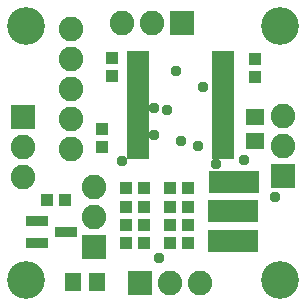
<source format=gts>
G75*
%MOIN*%
%OFA0B0*%
%FSLAX25Y25*%
%IPPOS*%
%LPD*%
%AMOC8*
5,1,8,0,0,1.08239X$1,22.5*
%
%ADD10C,0.12611*%
%ADD11R,0.07200X0.03200*%
%ADD12R,0.03950X0.03950*%
%ADD13R,0.05524X0.05918*%
%ADD14R,0.05918X0.05524*%
%ADD15R,0.07400X0.02500*%
%ADD16R,0.08200X0.08200*%
%ADD17C,0.08200*%
%ADD18R,0.16548X0.07493*%
%ADD19C,0.03778*%
D10*
X0010158Y0010158D03*
X0010158Y0094804D03*
X0094804Y0094804D03*
X0094804Y0010158D03*
D11*
X0023523Y0026103D03*
X0013723Y0022363D03*
X0013723Y0029843D03*
D12*
X0017198Y0036812D03*
X0023198Y0036812D03*
X0035473Y0054402D03*
X0035473Y0060402D03*
X0038780Y0078143D03*
X0038780Y0084143D03*
X0043576Y0040670D03*
X0049576Y0040670D03*
X0049576Y0034568D03*
X0049576Y0028465D03*
X0043576Y0028465D03*
X0043576Y0034568D03*
X0043576Y0022363D03*
X0049576Y0022363D03*
X0058143Y0022363D03*
X0064143Y0022363D03*
X0064143Y0028465D03*
X0064143Y0034568D03*
X0058143Y0034568D03*
X0058143Y0028465D03*
X0058143Y0040670D03*
X0064143Y0040670D03*
X0086261Y0077709D03*
X0086261Y0083709D03*
D13*
X0033646Y0009568D03*
X0025646Y0009568D03*
D14*
X0086497Y0056316D03*
X0086497Y0064316D03*
D15*
X0075857Y0064587D03*
X0075857Y0062028D03*
X0075857Y0059469D03*
X0075857Y0056910D03*
X0075857Y0054351D03*
X0075857Y0051792D03*
X0075857Y0067146D03*
X0075857Y0069705D03*
X0075857Y0072265D03*
X0075857Y0074824D03*
X0075857Y0077383D03*
X0075857Y0079942D03*
X0075857Y0082501D03*
X0075857Y0085060D03*
X0047373Y0085060D03*
X0047373Y0082501D03*
X0047373Y0079942D03*
X0047373Y0077383D03*
X0047373Y0074824D03*
X0047373Y0072265D03*
X0047373Y0069705D03*
X0047373Y0067146D03*
X0047373Y0064587D03*
X0047373Y0062028D03*
X0047373Y0059469D03*
X0047373Y0056910D03*
X0047373Y0054351D03*
X0047373Y0051792D03*
D16*
X0032796Y0020985D03*
X0048229Y0009174D03*
X0095788Y0044607D03*
X0062245Y0095788D03*
X0009174Y0064292D03*
D17*
X0009174Y0054292D03*
X0009174Y0044292D03*
X0024922Y0053859D03*
X0024922Y0063859D03*
X0024922Y0073859D03*
X0024922Y0083859D03*
X0024922Y0093859D03*
X0042245Y0095788D03*
X0052245Y0095788D03*
X0095788Y0064607D03*
X0095788Y0054607D03*
X0068229Y0009174D03*
X0058229Y0009174D03*
X0032796Y0030985D03*
X0032796Y0040985D03*
D18*
X0079255Y0042823D03*
X0079250Y0033041D03*
X0079221Y0023154D03*
D19*
X0093100Y0037900D03*
X0082796Y0050119D03*
X0073300Y0048700D03*
X0067300Y0054700D03*
X0061900Y0056500D03*
X0052900Y0058300D03*
X0057100Y0066700D03*
X0052900Y0067300D03*
X0060100Y0079900D03*
X0069100Y0074500D03*
X0042100Y0049900D03*
X0054450Y0017442D03*
M02*

</source>
